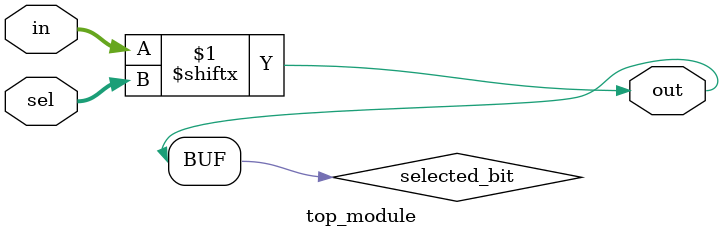
<source format=sv>
module top_module (
	input [255:0] in,
	input [7:0] sel,
	output  out
);

	// Create a wire to hold the selected bit
	wire selected_bit;

	// Assign the selected bit using the selection vector
	assign selected_bit = in[sel];

	// Assign the output using the selected bit
	assign out = selected_bit;

endmodule

</source>
